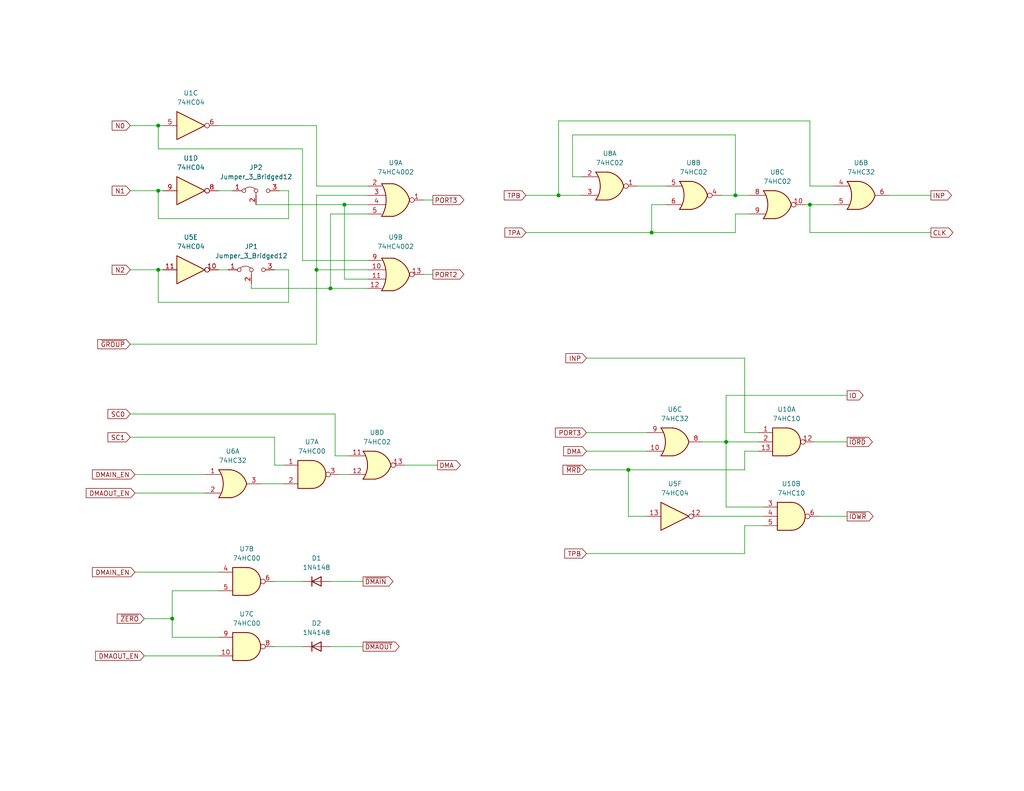
<source format=kicad_sch>
(kicad_sch (version 20211123) (generator eeschema)
  (paper "USLetter")
  (lib_symbols
    (symbol "74HCxx:74HC10" (pin_names (offset 1.016))
      (property "Reference" "U" (at 0 1.27 0))
      (property "Value" "74HC10" (at 0 -1.27 0))
      (symbol "74HC10_1_1"
        (arc (start 0 -3.81) (mid 3.81 0) (end 0 3.81) (stroke (width 0.254)) (fill (type background)))
        (polyline (pts (xy 0 3.81) (xy -3.81 3.81) (xy -3.81 -3.81) (xy 0 -3.81)) (stroke (width 0.254)) (fill (type background)))
        (pin input line (at -7.62 2.54 0) (length 3.81) (name "~") (number "1"))
        (pin output inverted (at 7.62 0 180) (length 3.81) (name "~") (number "12"))
        (pin input line (at -7.62 -2.54 0) (length 3.81) (name "~") (number "13"))
        (pin input line (at -7.62 0 0) (length 3.81) (name "~") (number "2"))
      )
      (symbol "74HC10_1_2"
        (arc (start -3.81 -3.81) (mid -2.589 0) (end -3.81 3.81) (stroke (width 0.254)))
        (arc (start -0.6096 -3.81) (mid 2.1842 -2.5851) (end 3.81 0) (stroke (width 0.254)) (fill (type background)))
        (polyline (pts (xy -3.81 -3.81) (xy -0.635 -3.81)) (stroke (width 0.254)) (fill (type background)))
        (polyline (pts (xy -3.81 3.81) (xy -0.635 3.81)) (stroke (width 0.254)) (fill (type background)))
        (polyline (pts (xy -0.635 3.81) (xy -3.81 3.81) (xy -3.81 3.81) (xy -3.556 3.4036) (xy -3.0226 2.2606) (xy -2.6924 1.0414) (xy -2.6162 -0.254) (xy -2.7686 -1.4986) (xy -3.175 -2.7178) (xy -3.81 -3.81) (xy -3.81 -3.81) (xy -0.635 -3.81)) (stroke (width -25.4)) (fill (type background)))
        (arc (start 3.81 0) (mid 2.1915 2.5936) (end -0.6096 3.81) (stroke (width 0.254)) (fill (type background)))
        (pin input inverted (at -7.62 2.54 0) (length 4.318) (name "~") (number "1"))
        (pin output line (at 7.62 0 180) (length 3.81) (name "~") (number "12"))
        (pin input inverted (at -7.62 -2.54 0) (length 4.318) (name "~") (number "13"))
        (pin input inverted (at -7.62 0 0) (length 4.953) (name "~") (number "2"))
      )
      (symbol "74HC10_2_1"
        (arc (start 0 -3.81) (mid 3.81 0) (end 0 3.81) (stroke (width 0.254)) (fill (type background)))
        (polyline (pts (xy 0 3.81) (xy -3.81 3.81) (xy -3.81 -3.81) (xy 0 -3.81)) (stroke (width 0.254)) (fill (type background)))
        (pin input line (at -7.62 2.54 0) (length 3.81) (name "~") (number "3"))
        (pin input line (at -7.62 0 0) (length 3.81) (name "~") (number "4"))
        (pin input line (at -7.62 -2.54 0) (length 3.81) (name "~") (number "5"))
        (pin output inverted (at 7.62 0 180) (length 3.81) (name "~") (number "6"))
      )
      (symbol "74HC10_2_2"
        (arc (start -3.81 -3.81) (mid -2.589 0) (end -3.81 3.81) (stroke (width 0.254)))
        (arc (start -0.6096 -3.81) (mid 2.1842 -2.5851) (end 3.81 0) (stroke (width 0.254)) (fill (type background)))
        (polyline (pts (xy -3.81 -3.81) (xy -0.635 -3.81)) (stroke (width 0.254)) (fill (type background)))
        (polyline (pts (xy -3.81 3.81) (xy -0.635 3.81)) (stroke (width 0.254)) (fill (type background)))
        (polyline (pts (xy -0.635 3.81) (xy -3.81 3.81) (xy -3.81 3.81) (xy -3.556 3.4036) (xy -3.0226 2.2606) (xy -2.6924 1.0414) (xy -2.6162 -0.254) (xy -2.7686 -1.4986) (xy -3.175 -2.7178) (xy -3.81 -3.81) (xy -3.81 -3.81) (xy -0.635 -3.81)) (stroke (width -25.4)) (fill (type background)))
        (arc (start 3.81 0) (mid 2.1915 2.5936) (end -0.6096 3.81) (stroke (width 0.254)) (fill (type background)))
        (pin input inverted (at -7.62 2.54 0) (length 4.318) (name "~") (number "3"))
        (pin input inverted (at -7.62 0 0) (length 4.953) (name "~") (number "4"))
        (pin input inverted (at -7.62 -2.54 0) (length 4.318) (name "~") (number "5"))
        (pin output line (at 7.62 0 180) (length 3.81) (name "~") (number "6"))
      )
      (symbol "74HC10_3_1"
        (arc (start 0 -3.81) (mid 3.81 0) (end 0 3.81) (stroke (width 0.254)) (fill (type background)))
        (polyline (pts (xy 0 3.81) (xy -3.81 3.81) (xy -3.81 -3.81) (xy 0 -3.81)) (stroke (width 0.254)) (fill (type background)))
        (pin input line (at -7.62 0 0) (length 3.81) (name "~") (number "10"))
        (pin input line (at -7.62 -2.54 0) (length 3.81) (name "~") (number "11"))
        (pin output inverted (at 7.62 0 180) (length 3.81) (name "~") (number "8"))
        (pin input line (at -7.62 2.54 0) (length 3.81) (name "~") (number "9"))
      )
      (symbol "74HC10_3_2"
        (arc (start -3.81 -3.81) (mid -2.589 0) (end -3.81 3.81) (stroke (width 0.254)))
        (arc (start -0.6096 -3.81) (mid 2.1842 -2.5851) (end 3.81 0) (stroke (width 0.254)) (fill (type background)))
        (polyline (pts (xy -3.81 -3.81) (xy -0.635 -3.81)) (stroke (width 0.254)) (fill (type background)))
        (polyline (pts (xy -3.81 3.81) (xy -0.635 3.81)) (stroke (width 0.254)) (fill (type background)))
        (polyline (pts (xy -0.635 3.81) (xy -3.81 3.81) (xy -3.81 3.81) (xy -3.556 3.4036) (xy -3.0226 2.2606) (xy -2.6924 1.0414) (xy -2.6162 -0.254) (xy -2.7686 -1.4986) (xy -3.175 -2.7178) (xy -3.81 -3.81) (xy -3.81 -3.81) (xy -0.635 -3.81)) (stroke (width -25.4)) (fill (type background)))
        (arc (start 3.81 0) (mid 2.1915 2.5936) (end -0.6096 3.81) (stroke (width 0.254)) (fill (type background)))
        (pin input inverted (at -7.62 0 0) (length 4.953) (name "~") (number "10"))
        (pin input inverted (at -7.62 -2.54 0) (length 4.318) (name "~") (number "11"))
        (pin output line (at 7.62 0 180) (length 3.81) (name "~") (number "8"))
        (pin input inverted (at -7.62 2.54 0) (length 4.318) (name "~") (number "9"))
      )
      (symbol "74HC10_4_0"
        (pin power_in line (at 0 12.7 270) (length 5.08) (name "VCC") (number "14"))
        (pin power_in line (at 0 -12.7 90) (length 5.08) (name "GND") (number "7"))
      )
      (symbol "74HC10_4_1"
        (rectangle (start -5.08 7.62) (end 5.08 -7.62) (stroke (width 0.254)) (fill (type background)))
      )
    )
    (symbol "74HCxx:74HC32" (pin_names (offset 1.016))
      (property "Reference" "U" (at 0 1.27 0))
      (property "Value" "74HC32" (at 0 -1.27 0))
      (symbol "74HC32_1_1"
        (arc (start -3.81 -3.81) (mid -2.589 0) (end -3.81 3.81) (stroke (width 0.254)))
        (arc (start -0.6096 -3.81) (mid 2.1842 -2.5851) (end 3.81 0) (stroke (width 0.254)) (fill (type background)))
        (polyline (pts (xy -3.81 -3.81) (xy -0.635 -3.81)) (stroke (width 0.254)) (fill (type background)))
        (polyline (pts (xy -3.81 3.81) (xy -0.635 3.81)) (stroke (width 0.254)) (fill (type background)))
        (polyline (pts (xy -0.635 3.81) (xy -3.81 3.81) (xy -3.81 3.81) (xy -3.556 3.4036) (xy -3.0226 2.2606) (xy -2.6924 1.0414) (xy -2.6162 -0.254) (xy -2.7686 -1.4986) (xy -3.175 -2.7178) (xy -3.81 -3.81) (xy -3.81 -3.81) (xy -0.635 -3.81)) (stroke (width -25.4)) (fill (type background)))
        (arc (start 3.81 0) (mid 2.1915 2.5936) (end -0.6096 3.81) (stroke (width 0.254)) (fill (type background)))
        (pin input line (at -7.62 2.54 0) (length 4.318) (name "~") (number "1"))
        (pin input line (at -7.62 -2.54 0) (length 4.318) (name "~") (number "2"))
        (pin output line (at 7.62 0 180) (length 3.81) (name "~") (number "3"))
      )
      (symbol "74HC32_1_2"
        (arc (start 0 -3.81) (mid 3.81 0) (end 0 3.81) (stroke (width 0.254)) (fill (type background)))
        (polyline (pts (xy 0 3.81) (xy -3.81 3.81) (xy -3.81 -3.81) (xy 0 -3.81)) (stroke (width 0.254)) (fill (type background)))
        (pin input inverted (at -7.62 2.54 0) (length 3.81) (name "~") (number "1"))
        (pin input inverted (at -7.62 -2.54 0) (length 3.81) (name "~") (number "2"))
        (pin output inverted (at 7.62 0 180) (length 3.81) (name "~") (number "3"))
      )
      (symbol "74HC32_2_1"
        (arc (start -3.81 -3.81) (mid -2.589 0) (end -3.81 3.81) (stroke (width 0.254)))
        (arc (start -0.6096 -3.81) (mid 2.1842 -2.5851) (end 3.81 0) (stroke (width 0.254)) (fill (type background)))
        (polyline (pts (xy -3.81 -3.81) (xy -0.635 -3.81)) (stroke (width 0.254)) (fill (type background)))
        (polyline (pts (xy -3.81 3.81) (xy -0.635 3.81)) (stroke (width 0.254)) (fill (type background)))
        (polyline (pts (xy -0.635 3.81) (xy -3.81 3.81) (xy -3.81 3.81) (xy -3.556 3.4036) (xy -3.0226 2.2606) (xy -2.6924 1.0414) (xy -2.6162 -0.254) (xy -2.7686 -1.4986) (xy -3.175 -2.7178) (xy -3.81 -3.81) (xy -3.81 -3.81) (xy -0.635 -3.81)) (stroke (width -25.4)) (fill (type background)))
        (arc (start 3.81 0) (mid 2.1915 2.5936) (end -0.6096 3.81) (stroke (width 0.254)) (fill (type background)))
        (pin input line (at -7.62 2.54 0) (length 4.318) (name "~") (number "4"))
        (pin input line (at -7.62 -2.54 0) (length 4.318) (name "~") (number "5"))
        (pin output line (at 7.62 0 180) (length 3.81) (name "~") (number "6"))
      )
      (symbol "74HC32_2_2"
        (arc (start 0 -3.81) (mid 3.81 0) (end 0 3.81) (stroke (width 0.254)) (fill (type background)))
        (polyline (pts (xy 0 3.81) (xy -3.81 3.81) (xy -3.81 -3.81) (xy 0 -3.81)) (stroke (width 0.254)) (fill (type background)))
        (pin input inverted (at -7.62 2.54 0) (length 3.81) (name "~") (number "4"))
        (pin input inverted (at -7.62 -2.54 0) (length 3.81) (name "~") (number "5"))
        (pin output inverted (at 7.62 0 180) (length 3.81) (name "~") (number "6"))
      )
      (symbol "74HC32_3_1"
        (arc (start -3.81 -3.81) (mid -2.589 0) (end -3.81 3.81) (stroke (width 0.254)))
        (arc (start -0.6096 -3.81) (mid 2.1842 -2.5851) (end 3.81 0) (stroke (width 0.254)) (fill (type background)))
        (polyline (pts (xy -3.81 -3.81) (xy -0.635 -3.81)) (stroke (width 0.254)) (fill (type background)))
        (polyline (pts (xy -3.81 3.81) (xy -0.635 3.81)) (stroke (width 0.254)) (fill (type background)))
        (polyline (pts (xy -0.635 3.81) (xy -3.81 3.81) (xy -3.81 3.81) (xy -3.556 3.4036) (xy -3.0226 2.2606) (xy -2.6924 1.0414) (xy -2.6162 -0.254) (xy -2.7686 -1.4986) (xy -3.175 -2.7178) (xy -3.81 -3.81) (xy -3.81 -3.81) (xy -0.635 -3.81)) (stroke (width -25.4)) (fill (type background)))
        (arc (start 3.81 0) (mid 2.1915 2.5936) (end -0.6096 3.81) (stroke (width 0.254)) (fill (type background)))
        (pin input line (at -7.62 -2.54 0) (length 4.318) (name "~") (number "10"))
        (pin output line (at 7.62 0 180) (length 3.81) (name "~") (number "8"))
        (pin input line (at -7.62 2.54 0) (length 4.318) (name "~") (number "9"))
      )
      (symbol "74HC32_3_2"
        (arc (start 0 -3.81) (mid 3.81 0) (end 0 3.81) (stroke (width 0.254)) (fill (type background)))
        (polyline (pts (xy 0 3.81) (xy -3.81 3.81) (xy -3.81 -3.81) (xy 0 -3.81)) (stroke (width 0.254)) (fill (type background)))
        (pin input inverted (at -7.62 -2.54 0) (length 3.81) (name "~") (number "10"))
        (pin output inverted (at 7.62 0 180) (length 3.81) (name "~") (number "8"))
        (pin input inverted (at -7.62 2.54 0) (length 3.81) (name "~") (number "9"))
      )
      (symbol "74HC32_4_1"
        (arc (start -3.81 -3.81) (mid -2.589 0) (end -3.81 3.81) (stroke (width 0.254)))
        (arc (start -0.6096 -3.81) (mid 2.1842 -2.5851) (end 3.81 0) (stroke (width 0.254)) (fill (type background)))
        (polyline (pts (xy -3.81 -3.81) (xy -0.635 -3.81)) (stroke (width 0.254)) (fill (type background)))
        (polyline (pts (xy -3.81 3.81) (xy -0.635 3.81)) (stroke (width 0.254)) (fill (type background)))
        (polyline (pts (xy -0.635 3.81) (xy -3.81 3.81) (xy -3.81 3.81) (xy -3.556 3.4036) (xy -3.0226 2.2606) (xy -2.6924 1.0414) (xy -2.6162 -0.254) (xy -2.7686 -1.4986) (xy -3.175 -2.7178) (xy -3.81 -3.81) (xy -3.81 -3.81) (xy -0.635 -3.81)) (stroke (width -25.4)) (fill (type background)))
        (arc (start 3.81 0) (mid 2.1915 2.5936) (end -0.6096 3.81) (stroke (width 0.254)) (fill (type background)))
        (pin output line (at 7.62 0 180) (length 3.81) (name "~") (number "11"))
        (pin input line (at -7.62 2.54 0) (length 4.318) (name "~") (number "12"))
        (pin input line (at -7.62 -2.54 0) (length 4.318) (name "~") (number "13"))
      )
      (symbol "74HC32_4_2"
        (arc (start 0 -3.81) (mid 3.81 0) (end 0 3.81) (stroke (width 0.254)) (fill (type background)))
        (polyline (pts (xy 0 3.81) (xy -3.81 3.81) (xy -3.81 -3.81) (xy 0 -3.81)) (stroke (width 0.254)) (fill (type background)))
        (pin output inverted (at 7.62 0 180) (length 3.81) (name "~") (number "11"))
        (pin input inverted (at -7.62 2.54 0) (length 3.81) (name "~") (number "12"))
        (pin input inverted (at -7.62 -2.54 0) (length 3.81) (name "~") (number "13"))
      )
      (symbol "74HC32_5_0"
        (pin power_in line (at 0 12.7 270) (length 5.08) (name "VCC") (number "14"))
        (pin power_in line (at 0 -12.7 90) (length 5.08) (name "GND") (number "7"))
      )
      (symbol "74HC32_5_1"
        (rectangle (start -5.08 7.62) (end 5.08 -7.62) (stroke (width 0.254)) (fill (type background)))
      )
    )
    (symbol "74HCxx:74HC4002" (pin_names (offset 1.016))
      (property "Reference" "U" (at 0 1.27 0))
      (property "Value" "74HC4002" (at 0 -1.27 0))
      (symbol "74HC4002_1_1"
        (arc (start -3.81 -4.445) (mid -2.5908 0) (end -3.81 4.445) (stroke (width 0.254)))
        (arc (start -0.6096 -4.445) (mid 2.2246 -2.8422) (end 3.81 0) (stroke (width 0.254)) (fill (type background)))
        (polyline (pts (xy -3.81 -4.445) (xy -0.635 -4.445)) (stroke (width 0.254)) (fill (type background)))
        (polyline (pts (xy -3.81 4.445) (xy -0.635 4.445)) (stroke (width 0.254)) (fill (type background)))
        (polyline (pts (xy -0.635 4.445) (xy -3.81 4.445) (xy -3.81 4.445) (xy -3.6322 4.0894) (xy -3.0988 2.921) (xy -2.7686 1.6764) (xy -2.6162 0.4318) (xy -2.6416 -0.8636) (xy -2.8702 -2.1082) (xy -3.2512 -3.3274) (xy -3.81 -4.445) (xy -3.81 -4.445) (xy -0.635 -4.445)) (stroke (width -25.4)) (fill (type background)))
        (arc (start 3.81 0) (mid 2.2204 2.8379) (end -0.6096 4.445) (stroke (width 0.254)) (fill (type background)))
        (pin output inverted (at 7.62 0 180) (length 3.81) (name "~") (number "1"))
        (pin input line (at -7.62 3.81 0) (length 3.81) (name "~") (number "2"))
        (pin input line (at -7.62 1.27 0) (length 4.826) (name "~") (number "3"))
        (pin input line (at -7.62 -1.27 0) (length 4.826) (name "~") (number "4"))
        (pin input line (at -7.62 -3.81 0) (length 3.81) (name "~") (number "5"))
      )
      (symbol "74HC4002_1_2"
        (arc (start -0.635 -4.445) (mid 3.81 0) (end -0.635 4.445) (stroke (width 0.254)) (fill (type background)))
        (polyline (pts (xy -0.635 4.445) (xy -3.81 4.445) (xy -3.81 -4.445) (xy -0.635 -4.445)) (stroke (width 0.254)) (fill (type background)))
        (pin output line (at 7.62 0 180) (length 3.81) (name "~") (number "1"))
        (pin input inverted (at -7.62 3.81 0) (length 3.81) (name "~") (number "2"))
        (pin input inverted (at -7.62 1.27 0) (length 3.81) (name "~") (number "3"))
        (pin input inverted (at -7.62 -1.27 0) (length 3.81) (name "~") (number "4"))
        (pin input inverted (at -7.62 -3.81 0) (length 3.81) (name "~") (number "5"))
      )
      (symbol "74HC4002_2_1"
        (arc (start -3.81 -4.445) (mid -2.5908 0) (end -3.81 4.445) (stroke (width 0.254)))
        (arc (start -0.6096 -4.445) (mid 2.2246 -2.8422) (end 3.81 0) (stroke (width 0.254)) (fill (type background)))
        (polyline (pts (xy -3.81 -4.445) (xy -0.635 -4.445)) (stroke (width 0.254)) (fill (type background)))
        (polyline (pts (xy -3.81 4.445) (xy -0.635 4.445)) (stroke (width 0.254)) (fill (type background)))
        (polyline (pts (xy -0.635 4.445) (xy -3.81 4.445) (xy -3.81 4.445) (xy -3.6322 4.0894) (xy -3.0988 2.921) (xy -2.7686 1.6764) (xy -2.6162 0.4318) (xy -2.6416 -0.8636) (xy -2.8702 -2.1082) (xy -3.2512 -3.3274) (xy -3.81 -4.445) (xy -3.81 -4.445) (xy -0.635 -4.445)) (stroke (width -25.4)) (fill (type background)))
        (arc (start 3.81 0) (mid 2.2204 2.8379) (end -0.6096 4.445) (stroke (width 0.254)) (fill (type background)))
        (pin input line (at -7.62 1.27 0) (length 4.826) (name "~") (number "10"))
        (pin input line (at -7.62 -1.27 0) (length 4.826) (name "~") (number "11"))
        (pin input line (at -7.62 -3.81 0) (length 3.81) (name "~") (number "12"))
        (pin output inverted (at 7.62 0 180) (length 3.81) (name "~") (number "13"))
        (pin input line (at -7.62 3.81 0) (length 3.81) (name "~") (number "9"))
      )
      (symbol "74HC4002_2_2"
        (arc (start -0.635 -4.445) (mid 3.81 0) (end -0.635 4.445) (stroke (width 0.254)) (fill (type background)))
        (polyline (pts (xy -0.635 4.445) (xy -3.81 4.445) (xy -3.81 -4.445) (xy -0.635 -4.445)) (stroke (width 0.254)) (fill (type background)))
        (pin input inverted (at -7.62 1.27 0) (length 3.81) (name "~") (number "10"))
        (pin input inverted (at -7.62 -1.27 0) (length 3.81) (name "~") (number "11"))
        (pin input inverted (at -7.62 -3.81 0) (length 3.81) (name "~") (number "12"))
        (pin output line (at 7.62 0 180) (length 3.81) (name "~") (number "13"))
        (pin input inverted (at -7.62 3.81 0) (length 3.81) (name "~") (number "9"))
      )
      (symbol "74HC4002_3_0"
        (pin power_in line (at 0 12.7 270) (length 5.08) (name "VDD") (number "14"))
        (pin power_in line (at 0 -12.7 90) (length 5.08) (name "VSS") (number "7"))
      )
      (symbol "74HC4002_3_1"
        (rectangle (start -5.08 7.62) (end 5.08 -7.62) (stroke (width 0.254)) (fill (type background)))
        (pin no_connect non_logic (at -5.08 -5.08 0) (length 2.54) hide (name "~") (number "6"))
        (pin no_connect non_logic (at 5.08 -5.08 180) (length 2.54) hide (name "~") (number "8"))
      )
    )
    (symbol "74xx:74HC00" (pin_names (offset 1.016))
      (property "Reference" "U" (at 0 1.27 0))
      (property "Value" "74HC00" (at 0 -1.27 0))
      (symbol "74HC00_1_1"
        (arc (start 0 -3.81) (mid 3.81 0) (end 0 3.81) (stroke (width 0.254)) (fill (type background)))
        (polyline (pts (xy 0 3.81) (xy -3.81 3.81) (xy -3.81 -3.81) (xy 0 -3.81)) (stroke (width 0.254)) (fill (type background)))
        (pin input line (at -7.62 2.54 0) (length 3.81) (name "~") (number "1"))
        (pin input line (at -7.62 -2.54 0) (length 3.81) (name "~") (number "2"))
        (pin output inverted (at 7.62 0 180) (length 3.81) (name "~") (number "3"))
      )
      (symbol "74HC00_1_2"
        (arc (start -3.81 -3.81) (mid -2.589 0) (end -3.81 3.81) (stroke (width 0.254)))
        (arc (start -0.6096 -3.81) (mid 2.1842 -2.5851) (end 3.81 0) (stroke (width 0.254)) (fill (type background)))
        (polyline (pts (xy -3.81 -3.81) (xy -0.635 -3.81)) (stroke (width 0.254)) (fill (type background)))
        (polyline (pts (xy -3.81 3.81) (xy -0.635 3.81)) (stroke (width 0.254)) (fill (type background)))
        (polyline (pts (xy -0.635 3.81) (xy -3.81 3.81) (xy -3.81 3.81) (xy -3.556 3.4036) (xy -3.0226 2.2606) (xy -2.6924 1.0414) (xy -2.6162 -0.254) (xy -2.7686 -1.4986) (xy -3.175 -2.7178) (xy -3.81 -3.81) (xy -3.81 -3.81) (xy -0.635 -3.81)) (stroke (width -25.4)) (fill (type background)))
        (arc (start 3.81 0) (mid 2.1915 2.5936) (end -0.6096 3.81) (stroke (width 0.254)) (fill (type background)))
        (pin input inverted (at -7.62 2.54 0) (length 4.318) (name "~") (number "1"))
        (pin input inverted (at -7.62 -2.54 0) (length 4.318) (name "~") (number "2"))
        (pin output line (at 7.62 0 180) (length 3.81) (name "~") (number "3"))
      )
      (symbol "74HC00_2_1"
        (arc (start 0 -3.81) (mid 3.81 0) (end 0 3.81) (stroke (width 0.254)) (fill (type background)))
        (polyline (pts (xy 0 3.81) (xy -3.81 3.81) (xy -3.81 -3.81) (xy 0 -3.81)) (stroke (width 0.254)) (fill (type background)))
        (pin input line (at -7.62 2.54 0) (length 3.81) (name "~") (number "4"))
        (pin input line (at -7.62 -2.54 0) (length 3.81) (name "~") (number "5"))
        (pin output inverted (at 7.62 0 180) (length 3.81) (name "~") (number "6"))
      )
      (symbol "74HC00_2_2"
        (arc (start -3.81 -3.81) (mid -2.589 0) (end -3.81 3.81) (stroke (width 0.254)))
        (arc (start -0.6096 -3.81) (mid 2.1842 -2.5851) (end 3.81 0) (stroke (width 0.254)) (fill (type background)))
        (polyline (pts (xy -3.81 -3.81) (xy -0.635 -3.81)) (stroke (width 0.254)) (fill (type background)))
        (polyline (pts (xy -3.81 3.81) (xy -0.635 3.81)) (stroke (width 0.254)) (fill (type background)))
        (polyline (pts (xy -0.635 3.81) (xy -3.81 3.81) (xy -3.81 3.81) (xy -3.556 3.4036) (xy -3.0226 2.2606) (xy -2.6924 1.0414) (xy -2.6162 -0.254) (xy -2.7686 -1.4986) (xy -3.175 -2.7178) (xy -3.81 -3.81) (xy -3.81 -3.81) (xy -0.635 -3.81)) (stroke (width -25.4)) (fill (type background)))
        (arc (start 3.81 0) (mid 2.1915 2.5936) (end -0.6096 3.81) (stroke (width 0.254)) (fill (type background)))
        (pin input inverted (at -7.62 2.54 0) (length 4.318) (name "~") (number "4"))
        (pin input inverted (at -7.62 -2.54 0) (length 4.318) (name "~") (number "5"))
        (pin output line (at 7.62 0 180) (length 3.81) (name "~") (number "6"))
      )
      (symbol "74HC00_3_1"
        (arc (start 0 -3.81) (mid 3.81 0) (end 0 3.81) (stroke (width 0.254)) (fill (type background)))
        (polyline (pts (xy 0 3.81) (xy -3.81 3.81) (xy -3.81 -3.81) (xy 0 -3.81)) (stroke (width 0.254)) (fill (type background)))
        (pin input line (at -7.62 -2.54 0) (length 3.81) (name "~") (number "10"))
        (pin output inverted (at 7.62 0 180) (length 3.81) (name "~") (number "8"))
        (pin input line (at -7.62 2.54 0) (length 3.81) (name "~") (number "9"))
      )
      (symbol "74HC00_3_2"
        (arc (start -3.81 -3.81) (mid -2.589 0) (end -3.81 3.81) (stroke (width 0.254)))
        (arc (start -0.6096 -3.81) (mid 2.1842 -2.5851) (end 3.81 0) (stroke (width 0.254)) (fill (type background)))
        (polyline (pts (xy -3.81 -3.81) (xy -0.635 -3.81)) (stroke (width 0.254)) (fill (type background)))
        (polyline (pts (xy -3.81 3.81) (xy -0.635 3.81)) (stroke (width 0.254)) (fill (type background)))
        (polyline (pts (xy -0.635 3.81) (xy -3.81 3.81) (xy -3.81 3.81) (xy -3.556 3.4036) (xy -3.0226 2.2606) (xy -2.6924 1.0414) (xy -2.6162 -0.254) (xy -2.7686 -1.4986) (xy -3.175 -2.7178) (xy -3.81 -3.81) (xy -3.81 -3.81) (xy -0.635 -3.81)) (stroke (width -25.4)) (fill (type background)))
        (arc (start 3.81 0) (mid 2.1915 2.5936) (end -0.6096 3.81) (stroke (width 0.254)) (fill (type background)))
        (pin input inverted (at -7.62 -2.54 0) (length 4.318) (name "~") (number "10"))
        (pin output line (at 7.62 0 180) (length 3.81) (name "~") (number "8"))
        (pin input inverted (at -7.62 2.54 0) (length 4.318) (name "~") (number "9"))
      )
      (symbol "74HC00_4_1"
        (arc (start 0 -3.81) (mid 3.81 0) (end 0 3.81) (stroke (width 0.254)) (fill (type background)))
        (polyline (pts (xy 0 3.81) (xy -3.81 3.81) (xy -3.81 -3.81) (xy 0 -3.81)) (stroke (width 0.254)) (fill (type background)))
        (pin output inverted (at 7.62 0 180) (length 3.81) (name "~") (number "11"))
        (pin input line (at -7.62 2.54 0) (length 3.81) (name "~") (number "12"))
        (pin input line (at -7.62 -2.54 0) (length 3.81) (name "~") (number "13"))
      )
      (symbol "74HC00_4_2"
        (arc (start -3.81 -3.81) (mid -2.589 0) (end -3.81 3.81) (stroke (width 0.254)))
        (arc (start -0.6096 -3.81) (mid 2.1842 -2.5851) (end 3.81 0) (stroke (width 0.254)) (fill (type background)))
        (polyline (pts (xy -3.81 -3.81) (xy -0.635 -3.81)) (stroke (width 0.254)) (fill (type background)))
        (polyline (pts (xy -3.81 3.81) (xy -0.635 3.81)) (stroke (width 0.254)) (fill (type background)))
        (polyline (pts (xy -0.635 3.81) (xy -3.81 3.81) (xy -3.81 3.81) (xy -3.556 3.4036) (xy -3.0226 2.2606) (xy -2.6924 1.0414) (xy -2.6162 -0.254) (xy -2.7686 -1.4986) (xy -3.175 -2.7178) (xy -3.81 -3.81) (xy -3.81 -3.81) (xy -0.635 -3.81)) (stroke (width -25.4)) (fill (type background)))
        (arc (start 3.81 0) (mid 2.1915 2.5936) (end -0.6096 3.81) (stroke (width 0.254)) (fill (type background)))
        (pin output line (at 7.62 0 180) (length 3.81) (name "~") (number "11"))
        (pin input inverted (at -7.62 2.54 0) (length 4.318) (name "~") (number "12"))
        (pin input inverted (at -7.62 -2.54 0) (length 4.318) (name "~") (number "13"))
      )
      (symbol "74HC00_5_0"
        (pin power_in line (at 0 12.7 270) (length 5.08) (name "VCC") (number "14"))
        (pin power_in line (at 0 -12.7 90) (length 5.08) (name "GND") (number "7"))
      )
      (symbol "74HC00_5_1"
        (rectangle (start -5.08 7.62) (end 5.08 -7.62) (stroke (width 0.254)) (fill (type background)))
      )
    )
    (symbol "74xx:74HC02" (pin_names (offset 1.016))
      (property "Reference" "U" (at 0 1.27 0))
      (property "Value" "74HC02" (at 0 -1.27 0))
      (symbol "74HC02_1_1"
        (arc (start -3.81 -3.81) (mid -2.589 0) (end -3.81 3.81) (stroke (width 0.254)))
        (arc (start -0.6096 -3.81) (mid 2.1842 -2.5851) (end 3.81 0) (stroke (width 0.254)) (fill (type background)))
        (polyline (pts (xy -3.81 -3.81) (xy -0.635 -3.81)) (stroke (width 0.254)) (fill (type background)))
        (polyline (pts (xy -3.81 3.81) (xy -0.635 3.81)) (stroke (width 0.254)) (fill (type background)))
        (polyline (pts (xy -0.635 3.81) (xy -3.81 3.81) (xy -3.81 3.81) (xy -3.556 3.4036) (xy -3.0226 2.2606) (xy -2.6924 1.0414) (xy -2.6162 -0.254) (xy -2.7686 -1.4986) (xy -3.175 -2.7178) (xy -3.81 -3.81) (xy -3.81 -3.81) (xy -0.635 -3.81)) (stroke (width -25.4)) (fill (type background)))
        (arc (start 3.81 0) (mid 2.1915 2.5936) (end -0.6096 3.81) (stroke (width 0.254)) (fill (type background)))
        (pin output inverted (at 7.62 0 180) (length 3.81) (name "~") (number "1"))
        (pin input line (at -7.62 2.54 0) (length 4.318) (name "~") (number "2"))
        (pin input line (at -7.62 -2.54 0) (length 4.318) (name "~") (number "3"))
      )
      (symbol "74HC02_1_2"
        (arc (start 0 -3.81) (mid 3.81 0) (end 0 3.81) (stroke (width 0.254)) (fill (type background)))
        (polyline (pts (xy 0 3.81) (xy -3.81 3.81) (xy -3.81 -3.81) (xy 0 -3.81)) (stroke (width 0.254)) (fill (type background)))
        (pin output line (at 7.62 0 180) (length 3.81) (name "~") (number "1"))
        (pin input inverted (at -7.62 2.54 0) (length 3.81) (name "~") (number "2"))
        (pin input inverted (at -7.62 -2.54 0) (length 3.81) (name "~") (number "3"))
      )
      (symbol "74HC02_2_1"
        (arc (start -3.81 -3.81) (mid -2.589 0) (end -3.81 3.81) (stroke (width 0.254)))
        (arc (start -0.6096 -3.81) (mid 2.1842 -2.5851) (end 3.81 0) (stroke (width 0.254)) (fill (type background)))
        (polyline (pts (xy -3.81 -3.81) (xy -0.635 -3.81)) (stroke (width 0.254)) (fill (type background)))
        (polyline (pts (xy -3.81 3.81) (xy -0.635 3.81)) (stroke (width 0.254)) (fill (type background)))
        (polyline (pts (xy -0.635 3.81) (xy -3.81 3.81) (xy -3.81 3.81) (xy -3.556 3.4036) (xy -3.0226 2.2606) (xy -2.6924 1.0414) (xy -2.6162 -0.254) (xy -2.7686 -1.4986) (xy -3.175 -2.7178) (xy -3.81 -3.81) (xy -3.81 -3.81) (xy -0.635 -3.81)) (stroke (width -25.4)) (fill (type background)))
        (arc (start 3.81 0) (mid 2.1915 2.5936) (end -0.6096 3.81) (stroke (width 0.254)) (fill (type background)))
        (pin output inverted (at 7.62 0 180) (length 3.81) (name "~") (number "4"))
        (pin input line (at -7.62 2.54 0) (length 4.318) (name "~") (number "5"))
        (pin input line (at -7.62 -2.54 0) (length 4.318) (name "~") (number "6"))
      )
      (symbol "74HC02_2_2"
        (arc (start 0 -3.81) (mid 3.81 0) (end 0 3.81) (stroke (width 0.254)) (fill (type background)))
        (polyline (pts (xy 0 3.81) (xy -3.81 3.81) (xy -3.81 -3.81) (xy 0 -3.81)) (stroke (width 0.254)) (fill (type background)))
        (pin output line (at 7.62 0 180) (length 3.81) (name "~") (number "4"))
        (pin input inverted (at -7.62 2.54 0) (length 3.81) (name "~") (number "5"))
        (pin input inverted (at -7.62 -2.54 0) (length 3.81) (name "~") (number "6"))
      )
      (symbol "74HC02_3_1"
        (arc (start -3.81 -3.81) (mid -2.589 0) (end -3.81 3.81) (stroke (width 0.254)))
        (arc (start -0.6096 -3.81) (mid 2.1842 -2.5851) (end 3.81 0) (stroke (width 0.254)) (fill (type background)))
        (polyline (pts (xy -3.81 -3.81) (xy -0.635 -3.81)) (stroke (width 0.254)) (fill (type background)))
        (polyline (pts (xy -3.81 3.81) (xy -0.635 3.81)) (stroke (width 0.254)) (fill (type background)))
        (polyline (pts (xy -0.635 3.81) (xy -3.81 3.81) (xy -3.81 3.81) (xy -3.556 3.4036) (xy -3.0226 2.2606) (xy -2.6924 1.0414) (xy -2.6162 -0.254) (xy -2.7686 -1.4986) (xy -3.175 -2.7178) (xy -3.81 -3.81) (xy -3.81 -3.81) (xy -0.635 -3.81)) (stroke (width -25.4)) (fill (type background)))
        (arc (start 3.81 0) (mid 2.1915 2.5936) (end -0.6096 3.81) (stroke (width 0.254)) (fill (type background)))
        (pin output inverted (at 7.62 0 180) (length 3.81) (name "~") (number "10"))
        (pin input line (at -7.62 2.54 0) (length 4.318) (name "~") (number "8"))
        (pin input line (at -7.62 -2.54 0) (length 4.318) (name "~") (number "9"))
      )
      (symbol "74HC02_3_2"
        (arc (start 0 -3.81) (mid 3.81 0) (end 0 3.81) (stroke (width 0.254)) (fill (type background)))
        (polyline (pts (xy 0 3.81) (xy -3.81 3.81) (xy -3.81 -3.81) (xy 0 -3.81)) (stroke (width 0.254)) (fill (type background)))
        (pin output line (at 7.62 0 180) (length 3.81) (name "~") (number "10"))
        (pin input inverted (at -7.62 2.54 0) (length 3.81) (name "~") (number "8"))
        (pin input inverted (at -7.62 -2.54 0) (length 3.81) (name "~") (number "9"))
      )
      (symbol "74HC02_4_1"
        (arc (start -3.81 -3.81) (mid -2.589 0) (end -3.81 3.81) (stroke (width 0.254)))
        (arc (start -0.6096 -3.81) (mid 2.1842 -2.5851) (end 3.81 0) (stroke (width 0.254)) (fill (type background)))
        (polyline (pts (xy -3.81 -3.81) (xy -0.635 -3.81)) (stroke (width 0.254)) (fill (type background)))
        (polyline (pts (xy -3.81 3.81) (xy -0.635 3.81)) (stroke (width 0.254)) (fill (type background)))
        (polyline (pts (xy -0.635 3.81) (xy -3.81 3.81) (xy -3.81 3.81) (xy -3.556 3.4036) (xy -3.0226 2.2606) (xy -2.6924 1.0414) (xy -2.6162 -0.254) (xy -2.7686 -1.4986) (xy -3.175 -2.7178) (xy -3.81 -3.81) (xy -3.81 -3.81) (xy -0.635 -3.81)) (stroke (width -25.4)) (fill (type background)))
        (arc (start 3.81 0) (mid 2.1915 2.5936) (end -0.6096 3.81) (stroke (width 0.254)) (fill (type background)))
        (pin input line (at -7.62 2.54 0) (length 4.318) (name "~") (number "11"))
        (pin input line (at -7.62 -2.54 0) (length 4.318) (name "~") (number "12"))
        (pin output inverted (at 7.62 0 180) (length 3.81) (name "~") (number "13"))
      )
      (symbol "74HC02_4_2"
        (arc (start 0 -3.81) (mid 3.81 0) (end 0 3.81) (stroke (width 0.254)) (fill (type background)))
        (polyline (pts (xy 0 3.81) (xy -3.81 3.81) (xy -3.81 -3.81) (xy 0 -3.81)) (stroke (width 0.254)) (fill (type background)))
        (pin input inverted (at -7.62 2.54 0) (length 3.81) (name "~") (number "11"))
        (pin input inverted (at -7.62 -2.54 0) (length 3.81) (name "~") (number "12"))
        (pin output line (at 7.62 0 180) (length 3.81) (name "~") (number "13"))
      )
      (symbol "74HC02_5_0"
        (pin power_in line (at 0 12.7 270) (length 5.08) (name "VCC") (number "14"))
        (pin power_in line (at 0 -12.7 90) (length 5.08) (name "GND") (number "7"))
      )
      (symbol "74HC02_5_1"
        (rectangle (start -5.08 7.62) (end 5.08 -7.62) (stroke (width 0.254)) (fill (type background)))
      )
    )
    (symbol "74xx:74HC04"
      (property "Reference" "U" (at 0 1.27 0))
      (property "Value" "74HC04" (at 0 -1.27 0))
      (symbol "74HC04_1_0"
        (polyline (pts (xy -3.81 3.81) (xy -3.81 -3.81) (xy 3.81 0) (xy -3.81 3.81)) (stroke (width 0.254)) (fill (type background)))
        (pin input line (at -7.62 0 0) (length 3.81) (name "~") (number "1"))
        (pin output inverted (at 7.62 0 180) (length 3.81) (name "~") (number "2"))
      )
      (symbol "74HC04_2_0"
        (polyline (pts (xy -3.81 3.81) (xy -3.81 -3.81) (xy 3.81 0) (xy -3.81 3.81)) (stroke (width 0.254)) (fill (type background)))
        (pin input line (at -7.62 0 0) (length 3.81) (name "~") (number "3"))
        (pin output inverted (at 7.62 0 180) (length 3.81) (name "~") (number "4"))
      )
      (symbol "74HC04_3_0"
        (polyline (pts (xy -3.81 3.81) (xy -3.81 -3.81) (xy 3.81 0) (xy -3.81 3.81)) (stroke (width 0.254)) (fill (type background)))
        (pin input line (at -7.62 0 0) (length 3.81) (name "~") (number "5"))
        (pin output inverted (at 7.62 0 180) (length 3.81) (name "~") (number "6"))
      )
      (symbol "74HC04_4_0"
        (polyline (pts (xy -3.81 3.81) (xy -3.81 -3.81) (xy 3.81 0) (xy -3.81 3.81)) (stroke (width 0.254)) (fill (type background)))
        (pin output inverted (at 7.62 0 180) (length 3.81) (name "~") (number "8"))
        (pin input line (at -7.62 0 0) (length 3.81) (name "~") (number "9"))
      )
      (symbol "74HC04_5_0"
        (polyline (pts (xy -3.81 3.81) (xy -3.81 -3.81) (xy 3.81 0) (xy -3.81 3.81)) (stroke (width 0.254)) (fill (type background)))
        (pin output inverted (at 7.62 0 180) (length 3.81) (name "~") (number "10"))
        (pin input line (at -7.62 0 0) (length 3.81) (name "~") (number "11"))
      )
      (symbol "74HC04_6_0"
        (polyline (pts (xy -3.81 3.81) (xy -3.81 -3.81) (xy 3.81 0) (xy -3.81 3.81)) (stroke (width 0.254)) (fill (type background)))
        (pin output inverted (at 7.62 0 180) (length 3.81) (name "~") (number "12"))
        (pin input line (at -7.62 0 0) (length 3.81) (name "~") (number "13"))
      )
      (symbol "74HC04_7_0"
        (pin power_in line (at 0 12.7 270) (length 5.08) (name "VCC") (number "14"))
        (pin power_in line (at 0 -12.7 90) (length 5.08) (name "GND") (number "7"))
      )
      (symbol "74HC04_7_1"
        (rectangle (start -5.08 7.62) (end 5.08 -7.62) (stroke (width 0.254)) (fill (type background)))
      )
    )
    (symbol "Diode:1N4148" (pin_numbers hide) (pin_names (offset 1.016) hide)
      (property "Reference" "D" (at 0 2.54 0))
      (property "Value" "1N4148" (at 0 -2.54 0))
      (symbol "1N4148_0_1"
        (polyline (pts (xy -1.27 1.27) (xy -1.27 -1.27)) (stroke (width 0.254)))
        (polyline (pts (xy 1.27 0) (xy -1.27 0)))
        (polyline (pts (xy 1.27 1.27) (xy 1.27 -1.27) (xy -1.27 0) (xy 1.27 1.27)) (stroke (width 0.254)))
      )
      (symbol "1N4148_1_1"
        (pin passive line (at -3.81 0 0) (length 2.54) (name "K") (number "1"))
        (pin passive line (at 3.81 0 180) (length 2.54) (name "A") (number "2"))
      )
    )
    (symbol "Jumper:Jumper_3_Bridged12" (pin_names (offset 0) hide)
      (property "Reference" "JP" (at -2.54 -2.54 0))
      (property "Value" "Jumper_3_Bridged12" (at 0 2.794 0))
      (symbol "Jumper_3_Bridged12_0_0"
        (circle (center -3.302 0) (radius 0.508))
        (circle (center 0 0) (radius 0.508))
        (circle (center 3.302 0) (radius 0.508))
      )
      (symbol "Jumper_3_Bridged12_0_1"
        (arc (start -0.254 0.508) (mid -1.651 0.9912) (end -3.048 0.508))
        (polyline (pts (xy 0 -1.27) (xy 0 -0.508)))
      )
      (symbol "Jumper_3_Bridged12_1_1"
        (pin passive line (at -6.35 0 0) (length 2.54) (name "A") (number "1"))
        (pin passive line (at 0 -3.81 90) (length 2.54) (name "C") (number "2"))
        (pin passive line (at 6.35 0 180) (length 2.54) (name "B") (number "3"))
      )
    )
  )
  (junction (at 43.18 34.29))
  (junction (at 86.36 73.66))
  (junction (at 152.4 53.34))
  (junction (at 43.18 73.66))
  (junction (at 93.98 55.88))
  (junction (at 171.45 128.27))
  (junction (at 43.18 52.07))
  (junction (at 198.12 120.65))
  (junction (at 90.17 78.74))
  (junction (at 46.99 168.91))
  (junction (at 200.66 53.34))
  (junction (at 177.8 63.5))
  (junction (at 220.98 55.88))
  (wire (pts (xy 43.18 73.66) (xy 44.45 73.66)))
  (wire (pts (xy 78.74 52.07) (xy 78.74 59.69)))
  (wire (pts (xy 158.75 48.26) (xy 156.21 48.26)))
  (wire (pts (xy 46.99 161.29) (xy 59.69 161.29)))
  (wire (pts (xy 160.02 123.19) (xy 176.53 123.19)))
  (wire (pts (xy 43.18 52.07) (xy 44.45 52.07)))
  (wire (pts (xy 171.45 128.27) (xy 171.45 140.97)))
  (wire (pts (xy 90.17 176.53) (xy 99.06 176.53)))
  (wire (pts (xy 39.37 179.07) (xy 59.69 179.07)))
  (wire (pts (xy 176.53 140.97) (xy 171.45 140.97)))
  (wire (pts (xy 200.66 58.42) (xy 200.66 63.5)))
  (wire (pts (xy 160.02 151.13) (xy 203.2 151.13)))
  (wire (pts (xy 198.12 138.43) (xy 198.12 120.65)))
  (wire (pts (xy 207.01 118.11) (xy 203.2 118.11)))
  (wire (pts (xy 181.61 55.88) (xy 177.8 55.88)))
  (wire (pts (xy 143.51 53.34) (xy 152.4 53.34)))
  (wire (pts (xy 43.18 82.55) (xy 43.18 73.66)))
  (wire (pts (xy 46.99 168.91) (xy 46.99 161.29)))
  (wire (pts (xy 203.2 143.51) (xy 203.2 151.13)))
  (wire (pts (xy 69.85 55.88) (xy 93.98 55.88)))
  (wire (pts (xy 222.25 120.65) (xy 231.14 120.65)))
  (wire (pts (xy 74.93 119.38) (xy 74.93 127)))
  (wire (pts (xy 203.2 118.11) (xy 203.2 97.79)))
  (wire (pts (xy 35.56 34.29) (xy 43.18 34.29)))
  (wire (pts (xy 177.8 63.5) (xy 200.66 63.5)))
  (wire (pts (xy 220.98 55.88) (xy 220.98 63.5)))
  (wire (pts (xy 36.83 129.54) (xy 55.88 129.54)))
  (wire (pts (xy 71.12 132.08) (xy 77.47 132.08)))
  (wire (pts (xy 86.36 73.66) (xy 100.33 73.66)))
  (wire (pts (xy 43.18 59.69) (xy 43.18 52.07)))
  (wire (pts (xy 191.77 140.97) (xy 208.28 140.97)))
  (wire (pts (xy 115.57 54.61) (xy 118.11 54.61)))
  (wire (pts (xy 86.36 53.34) (xy 86.36 73.66)))
  (wire (pts (xy 173.99 50.8) (xy 181.61 50.8)))
  (wire (pts (xy 74.93 127) (xy 77.47 127)))
  (wire (pts (xy 35.56 113.03) (xy 91.44 113.03)))
  (wire (pts (xy 115.57 74.93) (xy 118.11 74.93)))
  (wire (pts (xy 219.71 55.88) (xy 220.98 55.88)))
  (wire (pts (xy 203.2 123.19) (xy 203.2 128.27)))
  (wire (pts (xy 35.56 52.07) (xy 43.18 52.07)))
  (wire (pts (xy 191.77 120.65) (xy 198.12 120.65)))
  (wire (pts (xy 227.33 50.8) (xy 220.98 50.8)))
  (wire (pts (xy 160.02 118.11) (xy 176.53 118.11)))
  (wire (pts (xy 171.45 128.27) (xy 203.2 128.27)))
  (wire (pts (xy 68.58 78.74) (xy 90.17 78.74)))
  (wire (pts (xy 91.44 124.46) (xy 95.25 124.46)))
  (wire (pts (xy 74.93 158.75) (xy 82.55 158.75)))
  (wire (pts (xy 90.17 158.75) (xy 99.06 158.75)))
  (wire (pts (xy 220.98 55.88) (xy 227.33 55.88)))
  (wire (pts (xy 152.4 53.34) (xy 158.75 53.34)))
  (wire (pts (xy 204.47 58.42) (xy 200.66 58.42)))
  (wire (pts (xy 160.02 97.79) (xy 203.2 97.79)))
  (wire (pts (xy 90.17 78.74) (xy 100.33 78.74)))
  (wire (pts (xy 200.66 53.34) (xy 204.47 53.34)))
  (wire (pts (xy 35.56 119.38) (xy 74.93 119.38)))
  (wire (pts (xy 86.36 73.66) (xy 86.36 93.98)))
  (wire (pts (xy 93.98 55.88) (xy 93.98 76.2)))
  (wire (pts (xy 200.66 36.83) (xy 200.66 53.34)))
  (wire (pts (xy 68.58 77.47) (xy 68.58 78.74)))
  (wire (pts (xy 143.51 63.5) (xy 177.8 63.5)))
  (wire (pts (xy 46.99 168.91) (xy 46.99 173.99)))
  (wire (pts (xy 220.98 33.02) (xy 152.4 33.02)))
  (wire (pts (xy 35.56 73.66) (xy 43.18 73.66)))
  (wire (pts (xy 152.4 33.02) (xy 152.4 53.34)))
  (wire (pts (xy 90.17 58.42) (xy 90.17 78.74)))
  (wire (pts (xy 78.74 73.66) (xy 78.74 82.55)))
  (wire (pts (xy 100.33 76.2) (xy 93.98 76.2)))
  (wire (pts (xy 76.2 52.07) (xy 78.74 52.07)))
  (wire (pts (xy 160.02 128.27) (xy 171.45 128.27)))
  (wire (pts (xy 196.85 53.34) (xy 200.66 53.34)))
  (wire (pts (xy 36.83 134.62) (xy 55.88 134.62)))
  (wire (pts (xy 82.55 40.64) (xy 82.55 71.12)))
  (wire (pts (xy 86.36 34.29) (xy 86.36 50.8)))
  (wire (pts (xy 156.21 36.83) (xy 200.66 36.83)))
  (wire (pts (xy 198.12 107.95) (xy 231.14 107.95)))
  (wire (pts (xy 59.69 73.66) (xy 62.23 73.66)))
  (wire (pts (xy 43.18 40.64) (xy 82.55 40.64)))
  (wire (pts (xy 92.71 129.54) (xy 95.25 129.54)))
  (wire (pts (xy 74.93 73.66) (xy 78.74 73.66)))
  (wire (pts (xy 207.01 123.19) (xy 203.2 123.19)))
  (wire (pts (xy 110.49 127) (xy 119.38 127)))
  (wire (pts (xy 78.74 59.69) (xy 43.18 59.69)))
  (wire (pts (xy 59.69 52.07) (xy 63.5 52.07)))
  (wire (pts (xy 223.52 140.97) (xy 231.14 140.97)))
  (wire (pts (xy 100.33 53.34) (xy 86.36 53.34)))
  (wire (pts (xy 78.74 82.55) (xy 43.18 82.55)))
  (wire (pts (xy 36.83 156.21) (xy 59.69 156.21)))
  (wire (pts (xy 39.37 168.91) (xy 46.99 168.91)))
  (wire (pts (xy 198.12 107.95) (xy 198.12 120.65)))
  (wire (pts (xy 208.28 143.51) (xy 203.2 143.51)))
  (wire (pts (xy 82.55 71.12) (xy 100.33 71.12)))
  (wire (pts (xy 177.8 55.88) (xy 177.8 63.5)))
  (wire (pts (xy 100.33 58.42) (xy 90.17 58.42)))
  (wire (pts (xy 208.28 138.43) (xy 198.12 138.43)))
  (wire (pts (xy 86.36 50.8) (xy 100.33 50.8)))
  (wire (pts (xy 59.69 34.29) (xy 86.36 34.29)))
  (wire (pts (xy 198.12 120.65) (xy 207.01 120.65)))
  (wire (pts (xy 156.21 48.26) (xy 156.21 36.83)))
  (wire (pts (xy 93.98 55.88) (xy 100.33 55.88)))
  (wire (pts (xy 35.56 93.98) (xy 86.36 93.98)))
  (wire (pts (xy 91.44 113.03) (xy 91.44 124.46)))
  (wire (pts (xy 43.18 34.29) (xy 44.45 34.29)))
  (wire (pts (xy 43.18 34.29) (xy 43.18 40.64)))
  (wire (pts (xy 220.98 50.8) (xy 220.98 33.02)))
  (wire (pts (xy 242.57 53.34) (xy 254 53.34)))
  (wire (pts (xy 46.99 173.99) (xy 59.69 173.99)))
  (wire (pts (xy 74.93 176.53) (xy 82.55 176.53)))
  (wire (pts (xy 220.98 63.5) (xy 254 63.5)))
  (global_label "IO" (shape output) (at 231.14 107.95 0) (property "Intersheet References" "${INTERSHEET_REFS}" (effects hide)))
  (global_label "~{DMAOUT}" (shape output) (at 99.06 176.53 0) (property "Intersheet References" "${INTERSHEET_REFS}" (effects hide)))
  (global_label "INP" (shape output) (at 254 53.34 0) (property "Intersheet References" "${INTERSHEET_REFS}" (effects hide)))
  (global_label "~{DMAIN}" (shape output) (at 99.06 158.75 0) (property "Intersheet References" "${INTERSHEET_REFS}" (effects hide)))
  (global_label "N1" (shape input) (at 35.56 52.07 180) (property "Intersheet References" "${INTERSHEET_REFS}" (effects hide)))
  (global_label "N0" (shape input) (at 35.56 34.29 180) (property "Intersheet References" "${INTERSHEET_REFS}" (effects hide)))
  (global_label "TPB" (shape input) (at 160.02 151.13 180) (property "Intersheet References" "${INTERSHEET_REFS}" (effects hide)))
  (global_label "~{IORD}" (shape output) (at 231.14 120.65 0) (property "Intersheet References" "${INTERSHEET_REFS}" (effects hide)))
  (global_label "~{ZERO}" (shape input) (at 39.37 168.91 180) (property "Intersheet References" "${INTERSHEET_REFS}" (effects hide)))
  (global_label "DMAOUT_EN" (shape input) (at 39.37 179.07 180) (property "Intersheet References" "${INTERSHEET_REFS}" (effects hide)))
  (global_label "DMAIN_EN" (shape input) (at 36.83 156.21 180) (property "Intersheet References" "${INTERSHEET_REFS}" (effects hide)))
  (global_label "~{MRD}" (shape input) (at 160.02 128.27 180) (property "Intersheet References" "${INTERSHEET_REFS}" (effects hide)))
  (global_label "SC0" (shape input) (at 35.56 113.03 180) (property "Intersheet References" "${INTERSHEET_REFS}" (effects hide)))
  (global_label "INP" (shape input) (at 160.02 97.79 180) (property "Intersheet References" "${INTERSHEET_REFS}" (effects hide)))
  (global_label "~{IOWR}" (shape output) (at 231.14 140.97 0) (property "Intersheet References" "${INTERSHEET_REFS}" (effects hide)))
  (global_label "TPA" (shape input) (at 143.51 63.5 180) (property "Intersheet References" "${INTERSHEET_REFS}" (effects hide)))
  (global_label "N2" (shape input) (at 35.56 73.66 180) (property "Intersheet References" "${INTERSHEET_REFS}" (effects hide)))
  (global_label "PORT3" (shape input) (at 160.02 118.11 180) (property "Intersheet References" "${INTERSHEET_REFS}" (effects hide)))
  (global_label "DMAIN_EN" (shape input) (at 36.83 129.54 180) (property "Intersheet References" "${INTERSHEET_REFS}" (effects hide)))
  (global_label "DMA" (shape input) (at 160.02 123.19 180) (property "Intersheet References" "${INTERSHEET_REFS}" (effects hide)))
  (global_label "DMA" (shape output) (at 119.38 127 0) (property "Intersheet References" "${INTERSHEET_REFS}" (effects hide)))
  (global_label "DMAOUT_EN" (shape input) (at 36.83 134.62 180) (property "Intersheet References" "${INTERSHEET_REFS}" (effects hide)))
  (global_label "PORT3" (shape output) (at 118.11 54.61 0) (property "Intersheet References" "${INTERSHEET_REFS}" (effects hide)))
  (global_label "~{GROUP}" (shape input) (at 35.56 93.98 180) (property "Intersheet References" "${INTERSHEET_REFS}" (effects hide)))
  (global_label "TPB" (shape input) (at 143.51 53.34 180) (property "Intersheet References" "${INTERSHEET_REFS}" (effects hide)))
  (global_label "SC1" (shape input) (at 35.56 119.38 180) (property "Intersheet References" "${INTERSHEET_REFS}" (effects hide)))
  (global_label "CLK" (shape output) (at 254 63.5 0) (property "Intersheet References" "${INTERSHEET_REFS}" (effects hide)))
  (global_label "PORT2" (shape output) (at 118.11 74.93 0) (property "Intersheet References" "${INTERSHEET_REFS}" (effects hide)))
  (symbol (lib_id "74xx:74HC04") (at 52.07 73.66 0) (unit 5)
    (property "Reference" "U5" (at 52.07 64.77 0))
    (property "Value" "74HC04" (at 52.07 67.31 0))
    (property "Footprint" "Package_DIP:DIP-14_W7.62mm_Socket" (effects hide))
    (property "Datasheet" "https://assets.nexperia.com/documents/data-sheet/74HC_HCT04.pdf" (effects hide))
  )
  (symbol (lib_id "74xx:74HC02") (at 166.37 50.8 0) (unit 1)
    (property "Reference" "U8" (at 166.37 41.91 0))
    (property "Value" "74HC02" (at 166.37 44.45 0))
    (property "Footprint" "Package_DIP:DIP-14_W7.62mm_Socket" (effects hide))
    (property "Datasheet" "http://www.ti.com/lit/gpn/sn74hc02" (effects hide))
  )
  (symbol (lib_id "74xx:74HC04") (at 52.07 52.07 0) (unit 4)
    (property "Reference" "U1" (at 52.07 43.18 0))
    (property "Value" "74HC04" (at 52.07 45.72 0))
    (property "Footprint" "Package_DIP:DIP-14_W7.62mm_Socket" (effects hide))
    (property "Datasheet" "https://assets.nexperia.com/documents/data-sheet/74HC_HCT04.pdf" (effects hide))
  )
  (symbol (lib_id "74HCxx:74HC32") (at 63.5 132.08 0) (unit 1)
    (property "Reference" "U6" (at 63.5 123.19 0))
    (property "Value" "74HC32" (at 63.5 125.73 0))
    (property "Footprint" "Package_DIP:DIP-14_W7.62mm_Socket" (effects hide))
    (property "Datasheet" "https://www.ti.com/lit/ds/symlink/sn74hc32.pdf" (effects hide))
  )
  (symbol (lib_id "Diode:1N4148") (at 86.36 158.75 0) (unit 1)
    (property "Reference" "D1" (at 86.36 152.4 0))
    (property "Value" "1N4148" (at 86.36 154.94 0))
    (property "Footprint" "Diode_THT:D_DO-35_SOD27_P7.62mm_Horizontal" (effects hide))
    (property "Datasheet" "https://assets.nexperia.com/documents/data-sheet/1N4148_1N4448.pdf" (effects hide))
  )
  (symbol (lib_id "Jumper:Jumper_3_Bridged12") (at 69.85 52.07 0) (unit 1)
    (property "Reference" "JP2" (at 69.85 45.72 0))
    (property "Value" "Jumper_3_Bridged12" (at 69.85 48.26 0))
    (property "Footprint" "Connector_PinHeader_2.54mm:PinHeader_1x03_P2.54mm_Vertical" (effects hide))
  )
  (symbol (lib_id "74HCxx:74HC10") (at 215.9 140.97 0) (unit 2)
    (property "Reference" "U10" (at 215.9 132.08 0))
    (property "Value" "74HC10" (at 215.9 134.62 0))
    (property "Footprint" "Package_DIP:DIP-14_W7.62mm_Socket" (effects hide))
    (property "Datasheet" "https://www.ti.com/lit/ds/symlink/sn74hc10.pdf" (effects hide))
  )
  (symbol (lib_id "74xx:74HC00") (at 67.31 176.53 0) (unit 3)
    (property "Reference" "U7" (at 67.31 167.64 0))
    (property "Value" "74HC00" (at 67.31 170.18 0))
    (property "Footprint" "Package_DIP:DIP-14_W7.62mm_Socket" (effects hide))
    (property "Datasheet" "http://www.ti.com/lit/gpn/sn74hc00" (effects hide))
  )
  (symbol (lib_id "74HCxx:74HC10") (at 214.63 120.65 0) (unit 1)
    (property "Reference" "U10" (at 214.63 111.76 0))
    (property "Value" "74HC10" (at 214.63 114.3 0))
    (property "Footprint" "Package_DIP:DIP-14_W7.62mm_Socket" (effects hide))
    (property "Datasheet" "https://www.ti.com/lit/ds/symlink/sn74hc10.pdf" (effects hide))
  )
  (symbol (lib_id "74xx:74HC02") (at 189.23 53.34 0) (unit 2)
    (property "Reference" "U8" (at 189.23 44.45 0))
    (property "Value" "74HC02" (at 189.23 46.99 0))
    (property "Footprint" "Package_DIP:DIP-14_W7.62mm_Socket" (effects hide))
    (property "Datasheet" "http://www.ti.com/lit/gpn/sn74hc02" (effects hide))
  )
  (symbol (lib_id "74xx:74HC00") (at 85.09 129.54 0) (unit 1)
    (property "Reference" "U7" (at 85.09 120.65 0))
    (property "Value" "74HC00" (at 85.09 123.19 0))
    (property "Footprint" "Package_DIP:DIP-14_W7.62mm_Socket" (effects hide))
    (property "Datasheet" "http://www.ti.com/lit/gpn/sn74hc00" (effects hide))
  )
  (symbol (lib_id "Jumper:Jumper_3_Bridged12") (at 68.58 73.66 0) (unit 1)
    (property "Reference" "JP1" (at 68.58 67.31 0))
    (property "Value" "Jumper_3_Bridged12" (at 68.58 69.85 0))
    (property "Footprint" "Connector_PinHeader_2.54mm:PinHeader_1x03_P2.54mm_Vertical" (effects hide))
  )
  (symbol (lib_id "74HCxx:74HC4002") (at 107.95 54.61 0) (unit 1)
    (property "Reference" "U9" (at 107.95 44.45 0))
    (property "Value" "74HC4002" (at 107.95 46.99 0))
    (property "Footprint" "Package_DIP:DIP-14_W7.62mm_Socket" (effects hide))
    (property "Datasheet" "https://www.ti.com/lit/ds/symlink/cd74hc4002.pdf" (effects hide))
  )
  (symbol (lib_id "74HCxx:74HC32") (at 184.15 120.65 0) (unit 3)
    (property "Reference" "U6" (at 184.15 111.76 0))
    (property "Value" "74HC32" (at 184.15 114.3 0))
    (property "Footprint" "Package_DIP:DIP-14_W7.62mm_Socket" (effects hide))
    (property "Datasheet" "https://www.ti.com/lit/ds/symlink/sn74hc32.pdf" (effects hide))
  )
  (symbol (lib_id "74HCxx:74HC32") (at 234.95 53.34 0) (unit 2)
    (property "Reference" "U6" (at 234.95 44.45 0))
    (property "Value" "74HC32" (at 234.95 46.99 0))
    (property "Footprint" "Package_DIP:DIP-14_W7.62mm_Socket" (effects hide))
    (property "Datasheet" "https://www.ti.com/lit/ds/symlink/sn74hc32.pdf" (effects hide))
  )
  (symbol (lib_id "74xx:74HC02") (at 102.87 127 0) (unit 4)
    (property "Reference" "U8" (at 102.87 118.11 0))
    (property "Value" "74HC02" (at 102.87 120.65 0))
    (property "Footprint" "Package_DIP:DIP-14_W7.62mm_Socket" (effects hide))
    (property "Datasheet" "http://www.ti.com/lit/gpn/sn74hc02" (effects hide))
  )
  (symbol (lib_id "74xx:74HC04") (at 52.07 34.29 0) (unit 3)
    (property "Reference" "U1" (at 52.07 25.4 0))
    (property "Value" "74HC04" (at 52.07 27.94 0))
    (property "Footprint" "Package_DIP:DIP-14_W7.62mm_Socket" (effects hide))
    (property "Datasheet" "https://assets.nexperia.com/documents/data-sheet/74HC_HCT04.pdf" (effects hide))
  )
  (symbol (lib_id "74xx:74HC02") (at 212.09 55.88 0) (unit 3)
    (property "Reference" "U8" (at 212.09 46.99 0))
    (property "Value" "74HC02" (at 212.09 49.53 0))
    (property "Footprint" "Package_DIP:DIP-14_W7.62mm_Socket" (effects hide))
    (property "Datasheet" "http://www.ti.com/lit/gpn/sn74hc02" (effects hide))
  )
  (symbol (lib_id "74HCxx:74HC4002") (at 107.95 74.93 0) (unit 2)
    (property "Reference" "U9" (at 107.95 64.77 0))
    (property "Value" "74HC4002" (at 107.95 67.31 0))
    (property "Footprint" "Package_DIP:DIP-14_W7.62mm_Socket" (effects hide))
    (property "Datasheet" "https://www.ti.com/lit/ds/symlink/cd74hc4002.pdf" (effects hide))
  )
  (symbol (lib_id "74xx:74HC00") (at 67.31 158.75 0) (unit 2)
    (property "Reference" "U7" (at 67.31 149.86 0))
    (property "Value" "74HC00" (at 67.31 152.4 0))
    (property "Footprint" "Package_DIP:DIP-14_W7.62mm_Socket" (effects hide))
    (property "Datasheet" "http://www.ti.com/lit/gpn/sn74hc00" (effects hide))
  )
  (symbol (lib_id "Diode:1N4148") (at 86.36 176.53 0) (unit 1)
    (property "Reference" "D2" (at 86.36 170.18 0))
    (property "Value" "1N4148" (at 86.36 172.72 0))
    (property "Footprint" "Diode_THT:D_DO-35_SOD27_P7.62mm_Horizontal" (effects hide))
    (property "Datasheet" "https://assets.nexperia.com/documents/data-sheet/1N4148_1N4448.pdf" (effects hide))
  )
  (symbol (lib_id "74xx:74HC04") (at 184.15 140.97 0) (unit 6)
    (property "Reference" "U5" (at 184.15 132.08 0))
    (property "Value" "74HC04" (at 184.15 134.62 0))
    (property "Footprint" "Package_DIP:DIP-14_W7.62mm_Socket" (effects hide))
    (property "Datasheet" "https://assets.nexperia.com/documents/data-sheet/74HC_HCT04.pdf" (effects hide))
  )
)
</source>
